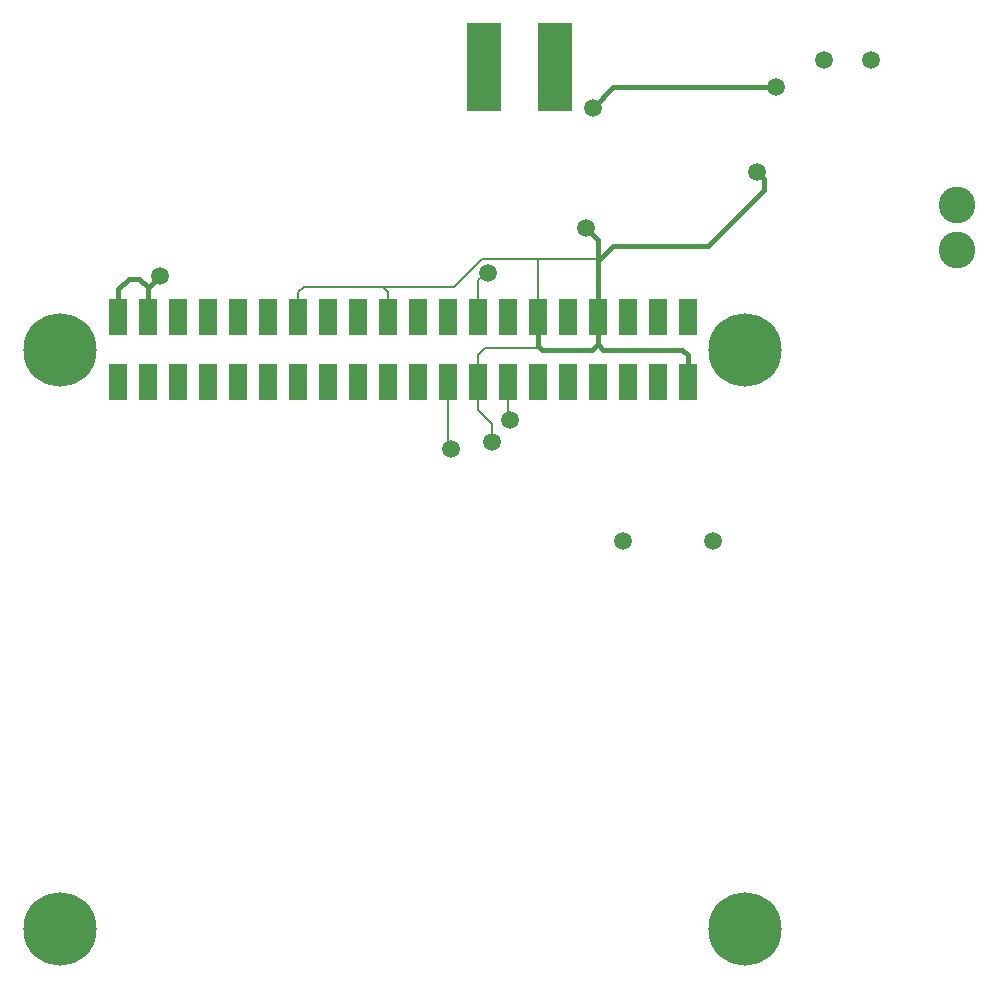
<source format=gbl>
G04 project-name*
%FSLAX35Y35*%
%MOMM*%
G04 undefined.(undefined)*
%LPD*%
%ADD10C,1.5*%
D10*
X3687946Y15556985D02*
D03*

%ADD11C,0.2*%
%LPD*%
D11*
X3658955Y16125542D02*
G01*
X3658955Y15585975D01*
X3687946Y15556985D01*
G04 undefined.(undefined)*
%LPD*%
D10*
X4030561Y15617759D02*
D03*


%LPD*%
D11*
X4030561Y15617759D02*
G01*
X4030561Y15770223D01*
X3912955Y15887829D01*
X3912955Y16125542D01*

%LPD*%
D11*
X3912955Y16125542D02*
G01*
X3912955Y16353960D01*
X3971900Y16412905D01*
X4451261Y16412905D01*
X4465588Y16398578D01*

%LPD*%
D11*
X4420955Y16675542D02*
G01*
X4420955Y17170808D01*
X4419081Y17172682D01*

%LPD*%
D11*
X3108092Y16934384D02*
G01*
X3709130Y16934384D01*
X3945505Y17170759D01*
X4920805Y17170759D01*
X4931685Y17159879D01*

%LPD*%
D11*
X2388955Y16675542D02*
G01*
X2388955Y16885249D01*
X2438090Y16934384D01*
X3108092Y16934384D01*
X3150955Y16891521D01*
X3150955Y16675542D01*
G04 undefined.(undefined)*
%LPD*%
D10*
X3996034Y17045917D02*
D03*


%LPD*%
D11*
X3996034Y17045917D02*
G01*
X3912955Y16987663D01*
X3912955Y16665542D01*
G04 undefined.(undefined)*
%LPD*%
D10*
X4186715Y15807812D02*
D03*


%LPD*%
D11*
X4186715Y15807812D02*
G01*
X4186715Y15860364D01*
X4166955Y15880124D01*
X4166955Y16135542D01*
%ADD12C,0.4*%
%LPD*%
D12*
X5690955Y16135542D02*
G01*
X5690955Y16353408D01*
X5644688Y16399676D01*
X4974763Y16399676D01*
X4928955Y16445484D01*
X4928955Y16665542D01*
G04 undefined.(undefined)*
%LPD*%
D10*
X6440756Y18623119D02*
D03*

G04 undefined.(undefined)*
%LPD*%
D10*
X4885056Y18450042D02*
D03*


%LPD*%
D12*
X6440756Y18623119D02*
G01*
X5058132Y18623119D01*
X4885056Y18450042D01*

%LPD*%
D12*
X864955Y16665542D02*
G01*
X864955Y16913194D01*
X954541Y17002780D01*
X1047413Y17002780D01*
X1118955Y16931237D01*
X1118955Y16665542D01*

%LPD*%
D12*
X4420955Y16665542D02*
G01*
X4420955Y16432415D01*
X4454959Y16398412D01*
X4878246Y16398412D01*
X4928955Y16449121D01*
X4928955Y16665542D01*
G04 undefined.(undefined)*
%LPD*%
D10*
X1219678Y17021682D02*
D03*


%LPD*%
D12*
X1118955Y16665542D02*
G01*
X1118955Y16920959D01*
X1219678Y17021682D01*
G04 undefined.(undefined)*
%LPD*%
D10*
X6275902Y17902415D02*
D03*


%LPD*%
D12*
X4928955Y16665542D02*
G01*
X4928955Y17153424D01*
X5057111Y17281579D01*
X5862243Y17281579D01*
X6335267Y17754604D01*
X6335267Y17843049D01*
X6275902Y17902415D01*
G04 undefined.(undefined)*
%LPD*%
D10*
X4828637Y17428871D02*
D03*


%LPD*%
D12*
X4928955Y16665542D02*
G01*
X4928955Y17328552D01*
X4828637Y17428871D01*
G04 rpi.3v3(1)*
%LPD*%
%ADD13R,1.5X3.1*%
D13*
X864955Y16125542D02*
D03*

G04 rpi.2(3)*
%LPD*%
D13*
X1118955Y16125542D02*
D03*

G04 rpi.3(5)*
%LPD*%
D13*
X1372955Y16125542D02*
D03*

G04 rpi.4(7)*
%LPD*%
D13*
X1626955Y16125542D02*
D03*

G04 rpi.gnd1(9)*
%LPD*%
D13*
X1880955Y16125542D02*
D03*

G04 rpi.17(11)*
%LPD*%
D13*
X2134955Y16125542D02*
D03*

G04 rpi.27(13)*
%LPD*%
D13*
X2388955Y16125542D02*
D03*

G04 rpi.22(15)*
%LPD*%
D13*
X2642955Y16125542D02*
D03*

G04 rpi.3v3(17)*
%LPD*%
D13*
X2896955Y16125542D02*
D03*

G04 rpi.10(19)*
%LPD*%
D13*
X3150955Y16125542D02*
D03*

G04 rpi.9(21)*
%LPD*%
D13*
X3404955Y16125542D02*
D03*

G04 rpi.11(23)*
%LPD*%
D13*
X3658955Y16125542D02*
D03*

G04 rpi.gnd2(25)*
%LPD*%
D13*
X3912955Y16125542D02*
D03*

G04 rpi.0(27)*
%LPD*%
D13*
X4166955Y16125542D02*
D03*

G04 rpi.5(29)*
%LPD*%
D13*
X4420955Y16125542D02*
D03*

G04 rpi.6(31)*
%LPD*%
D13*
X4674955Y16125542D02*
D03*

G04 rpi.13(33)*
%LPD*%
D13*
X4928955Y16125542D02*
D03*

G04 rpi.19(35)*
%LPD*%
D13*
X5182955Y16125542D02*
D03*

G04 rpi.26(37)*
%LPD*%
D13*
X5436955Y16125542D02*
D03*

G04 rpi.gnd3(39)*
%LPD*%
D13*
X5690955Y16125542D02*
D03*

G04 rpi.5v(2)*
%LPD*%
D13*
X864955Y16675542D02*
D03*

G04 rpi.5v(4)*
%LPD*%
D13*
X1118955Y16675542D02*
D03*

G04 rpi.gnd4(6)*
%LPD*%
D13*
X1372955Y16675542D02*
D03*

G04 rpi.14(8)*
%LPD*%
D13*
X1626955Y16675542D02*
D03*

G04 rpi.15(10)*
%LPD*%
D13*
X1880955Y16675542D02*
D03*

G04 rpi.18(12)*
%LPD*%
D13*
X2134955Y16675542D02*
D03*

G04 rpi.gnd5(14)*
%LPD*%
D13*
X2388955Y16675542D02*
D03*

G04 rpi.23(16)*
%LPD*%
D13*
X2642955Y16675542D02*
D03*

G04 rpi.24(18)*
%LPD*%
D13*
X2896955Y16675542D02*
D03*

G04 rpi.gnd6(20)*
%LPD*%
D13*
X3150955Y16675542D02*
D03*

G04 rpi.25(22)*
%LPD*%
D13*
X3404955Y16675542D02*
D03*

G04 rpi.8(24)*
%LPD*%
D13*
X3658955Y16675542D02*
D03*

G04 rpi.7(26)*
%LPD*%
D13*
X3912955Y16675542D02*
D03*

G04 rpi.1(28)*
%LPD*%
D13*
X4166955Y16675542D02*
D03*

G04 rpi.gnd7(30)*
%LPD*%
D13*
X4420955Y16675542D02*
D03*

G04 rpi.12(32)*
%LPD*%
D13*
X4674955Y16675542D02*
D03*

G04 rpi.gnd8(34)*
%LPD*%
D13*
X4928955Y16675542D02*
D03*

G04 rpi.16(36)*
%LPD*%
D13*
X5182955Y16675542D02*
D03*

G04 rpi.20(38)*
%LPD*%
D13*
X5436955Y16675542D02*
D03*

G04 rpi.21(40)*
%LPD*%
D13*
X5690955Y16675542D02*
D03*

G04 beep.b.c(1)*
%LPD*%
D10*
X5136988Y14780092D02*
D03*

G04 beep.b.a(2)*
%LPD*%
D10*
X5906988Y14780092D02*
D03*

G04 _1.M3(1)*
%LPD*%
%ADD14C,6.2*%
D14*
X377955Y16397353D02*
D03*

G04 _2.M3(1)*
%LPD*%
D14*
X6177955Y16397353D02*
D03*

G04 _3.M3(1)*
%LPD*%
D14*
X377955Y11497353D02*
D03*

G04 _4.M3(1)*
%LPD*%
D14*
X6177955Y11497353D02*
D03*

G04 P.C10.c(1)*
%LPD*%
D10*
X7239362Y18854316D02*
D03*

G04 P.C10.a(2)*
%LPD*%
D10*
X6839362Y18854316D02*
D03*

G04 P.C10.c(1)*
%LPD*%
D10*
X7239362Y18854316D02*
D03*

G04 P.C10.a(2)*
%LPD*%
D10*
X6839362Y18854316D02*
D03*

G04 cn.GND(1)*
%LPD*%
%ADD15C,3.1*%
D15*
X7970945Y17623353D02*
D03*

G04 cn.VCC(2)*
%LPD*%
D15*
X7970945Y17242353D02*
D03*

G04 P.L1.1(1)*
%LPD*%
%ADD16R,3X7.5*%
D16*
X3963301Y18789891D02*
D03*

G04 P.L1.2(2)*
%LPD*%
D16*
X4563302Y18789891D02*
D03*

M02*
</source>
